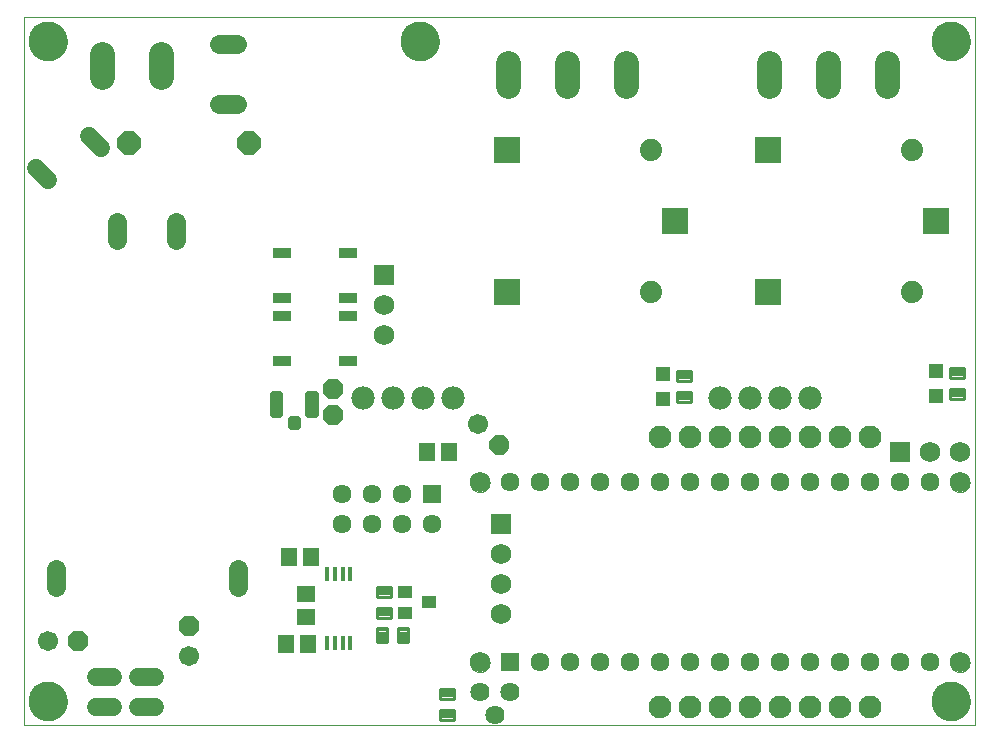
<source format=gts>
G75*
%MOIN*%
%OFA0B0*%
%FSLAX25Y25*%
%IPPOS*%
%LPD*%
%AMOC8*
5,1,8,0,0,1.08239X$1,22.5*
%
%ADD10C,0.00000*%
%ADD11C,0.12998*%
%ADD12R,0.06337X0.06337*%
%ADD13C,0.06337*%
%ADD14C,0.01340*%
%ADD15C,0.06700*%
%ADD16R,0.05518X0.06306*%
%ADD17OC8,0.06700*%
%ADD18R,0.04900X0.04400*%
%ADD19C,0.01100*%
%ADD20R,0.09000X0.09000*%
%ADD21C,0.07400*%
%ADD22C,0.08200*%
%ADD23R,0.05124X0.05124*%
%ADD24C,0.07600*%
%ADD25C,0.06337*%
%ADD26C,0.06000*%
%ADD27C,0.06400*%
%ADD28C,0.06900*%
%ADD29C,0.07800*%
%ADD30R,0.01778X0.05124*%
%ADD31R,0.06306X0.05518*%
%ADD32OC8,0.08000*%
%ADD33C,0.06400*%
%ADD34R,0.06400X0.03400*%
%ADD35C,0.02267*%
%ADD36C,0.02169*%
%ADD37R,0.06900X0.06900*%
D10*
X0006435Y0031850D02*
X0323435Y0031850D01*
X0323435Y0267850D01*
X0006435Y0267850D01*
X0006435Y0031850D01*
X0008136Y0039850D02*
X0008138Y0040008D01*
X0008144Y0040166D01*
X0008154Y0040324D01*
X0008168Y0040482D01*
X0008186Y0040639D01*
X0008207Y0040796D01*
X0008233Y0040952D01*
X0008263Y0041108D01*
X0008296Y0041263D01*
X0008334Y0041416D01*
X0008375Y0041569D01*
X0008420Y0041721D01*
X0008469Y0041872D01*
X0008522Y0042021D01*
X0008578Y0042169D01*
X0008638Y0042315D01*
X0008702Y0042460D01*
X0008770Y0042603D01*
X0008841Y0042745D01*
X0008915Y0042885D01*
X0008993Y0043022D01*
X0009075Y0043158D01*
X0009159Y0043292D01*
X0009248Y0043423D01*
X0009339Y0043552D01*
X0009434Y0043679D01*
X0009531Y0043804D01*
X0009632Y0043926D01*
X0009736Y0044045D01*
X0009843Y0044162D01*
X0009953Y0044276D01*
X0010066Y0044387D01*
X0010181Y0044496D01*
X0010299Y0044601D01*
X0010420Y0044703D01*
X0010543Y0044803D01*
X0010669Y0044899D01*
X0010797Y0044992D01*
X0010927Y0045082D01*
X0011060Y0045168D01*
X0011195Y0045252D01*
X0011331Y0045331D01*
X0011470Y0045408D01*
X0011611Y0045480D01*
X0011753Y0045550D01*
X0011897Y0045615D01*
X0012043Y0045677D01*
X0012190Y0045735D01*
X0012339Y0045790D01*
X0012489Y0045841D01*
X0012640Y0045888D01*
X0012792Y0045931D01*
X0012945Y0045970D01*
X0013100Y0046006D01*
X0013255Y0046037D01*
X0013411Y0046065D01*
X0013567Y0046089D01*
X0013724Y0046109D01*
X0013882Y0046125D01*
X0014039Y0046137D01*
X0014198Y0046145D01*
X0014356Y0046149D01*
X0014514Y0046149D01*
X0014672Y0046145D01*
X0014831Y0046137D01*
X0014988Y0046125D01*
X0015146Y0046109D01*
X0015303Y0046089D01*
X0015459Y0046065D01*
X0015615Y0046037D01*
X0015770Y0046006D01*
X0015925Y0045970D01*
X0016078Y0045931D01*
X0016230Y0045888D01*
X0016381Y0045841D01*
X0016531Y0045790D01*
X0016680Y0045735D01*
X0016827Y0045677D01*
X0016973Y0045615D01*
X0017117Y0045550D01*
X0017259Y0045480D01*
X0017400Y0045408D01*
X0017539Y0045331D01*
X0017675Y0045252D01*
X0017810Y0045168D01*
X0017943Y0045082D01*
X0018073Y0044992D01*
X0018201Y0044899D01*
X0018327Y0044803D01*
X0018450Y0044703D01*
X0018571Y0044601D01*
X0018689Y0044496D01*
X0018804Y0044387D01*
X0018917Y0044276D01*
X0019027Y0044162D01*
X0019134Y0044045D01*
X0019238Y0043926D01*
X0019339Y0043804D01*
X0019436Y0043679D01*
X0019531Y0043552D01*
X0019622Y0043423D01*
X0019711Y0043292D01*
X0019795Y0043158D01*
X0019877Y0043022D01*
X0019955Y0042885D01*
X0020029Y0042745D01*
X0020100Y0042603D01*
X0020168Y0042460D01*
X0020232Y0042315D01*
X0020292Y0042169D01*
X0020348Y0042021D01*
X0020401Y0041872D01*
X0020450Y0041721D01*
X0020495Y0041569D01*
X0020536Y0041416D01*
X0020574Y0041263D01*
X0020607Y0041108D01*
X0020637Y0040952D01*
X0020663Y0040796D01*
X0020684Y0040639D01*
X0020702Y0040482D01*
X0020716Y0040324D01*
X0020726Y0040166D01*
X0020732Y0040008D01*
X0020734Y0039850D01*
X0020732Y0039692D01*
X0020726Y0039534D01*
X0020716Y0039376D01*
X0020702Y0039218D01*
X0020684Y0039061D01*
X0020663Y0038904D01*
X0020637Y0038748D01*
X0020607Y0038592D01*
X0020574Y0038437D01*
X0020536Y0038284D01*
X0020495Y0038131D01*
X0020450Y0037979D01*
X0020401Y0037828D01*
X0020348Y0037679D01*
X0020292Y0037531D01*
X0020232Y0037385D01*
X0020168Y0037240D01*
X0020100Y0037097D01*
X0020029Y0036955D01*
X0019955Y0036815D01*
X0019877Y0036678D01*
X0019795Y0036542D01*
X0019711Y0036408D01*
X0019622Y0036277D01*
X0019531Y0036148D01*
X0019436Y0036021D01*
X0019339Y0035896D01*
X0019238Y0035774D01*
X0019134Y0035655D01*
X0019027Y0035538D01*
X0018917Y0035424D01*
X0018804Y0035313D01*
X0018689Y0035204D01*
X0018571Y0035099D01*
X0018450Y0034997D01*
X0018327Y0034897D01*
X0018201Y0034801D01*
X0018073Y0034708D01*
X0017943Y0034618D01*
X0017810Y0034532D01*
X0017675Y0034448D01*
X0017539Y0034369D01*
X0017400Y0034292D01*
X0017259Y0034220D01*
X0017117Y0034150D01*
X0016973Y0034085D01*
X0016827Y0034023D01*
X0016680Y0033965D01*
X0016531Y0033910D01*
X0016381Y0033859D01*
X0016230Y0033812D01*
X0016078Y0033769D01*
X0015925Y0033730D01*
X0015770Y0033694D01*
X0015615Y0033663D01*
X0015459Y0033635D01*
X0015303Y0033611D01*
X0015146Y0033591D01*
X0014988Y0033575D01*
X0014831Y0033563D01*
X0014672Y0033555D01*
X0014514Y0033551D01*
X0014356Y0033551D01*
X0014198Y0033555D01*
X0014039Y0033563D01*
X0013882Y0033575D01*
X0013724Y0033591D01*
X0013567Y0033611D01*
X0013411Y0033635D01*
X0013255Y0033663D01*
X0013100Y0033694D01*
X0012945Y0033730D01*
X0012792Y0033769D01*
X0012640Y0033812D01*
X0012489Y0033859D01*
X0012339Y0033910D01*
X0012190Y0033965D01*
X0012043Y0034023D01*
X0011897Y0034085D01*
X0011753Y0034150D01*
X0011611Y0034220D01*
X0011470Y0034292D01*
X0011331Y0034369D01*
X0011195Y0034448D01*
X0011060Y0034532D01*
X0010927Y0034618D01*
X0010797Y0034708D01*
X0010669Y0034801D01*
X0010543Y0034897D01*
X0010420Y0034997D01*
X0010299Y0035099D01*
X0010181Y0035204D01*
X0010066Y0035313D01*
X0009953Y0035424D01*
X0009843Y0035538D01*
X0009736Y0035655D01*
X0009632Y0035774D01*
X0009531Y0035896D01*
X0009434Y0036021D01*
X0009339Y0036148D01*
X0009248Y0036277D01*
X0009159Y0036408D01*
X0009075Y0036542D01*
X0008993Y0036678D01*
X0008915Y0036815D01*
X0008841Y0036955D01*
X0008770Y0037097D01*
X0008702Y0037240D01*
X0008638Y0037385D01*
X0008578Y0037531D01*
X0008522Y0037679D01*
X0008469Y0037828D01*
X0008420Y0037979D01*
X0008375Y0038131D01*
X0008334Y0038284D01*
X0008296Y0038437D01*
X0008263Y0038592D01*
X0008233Y0038748D01*
X0008207Y0038904D01*
X0008186Y0039061D01*
X0008168Y0039218D01*
X0008154Y0039376D01*
X0008144Y0039534D01*
X0008138Y0039692D01*
X0008136Y0039850D01*
X0155185Y0052850D02*
X0155187Y0052963D01*
X0155193Y0053077D01*
X0155203Y0053190D01*
X0155217Y0053302D01*
X0155234Y0053414D01*
X0155256Y0053526D01*
X0155282Y0053636D01*
X0155311Y0053746D01*
X0155344Y0053854D01*
X0155381Y0053962D01*
X0155422Y0054067D01*
X0155466Y0054172D01*
X0155514Y0054275D01*
X0155565Y0054376D01*
X0155620Y0054475D01*
X0155679Y0054572D01*
X0155741Y0054667D01*
X0155806Y0054760D01*
X0155874Y0054851D01*
X0155945Y0054939D01*
X0156020Y0055025D01*
X0156097Y0055108D01*
X0156177Y0055188D01*
X0156260Y0055265D01*
X0156346Y0055340D01*
X0156434Y0055411D01*
X0156525Y0055479D01*
X0156618Y0055544D01*
X0156713Y0055606D01*
X0156810Y0055665D01*
X0156909Y0055720D01*
X0157010Y0055771D01*
X0157113Y0055819D01*
X0157218Y0055863D01*
X0157323Y0055904D01*
X0157431Y0055941D01*
X0157539Y0055974D01*
X0157649Y0056003D01*
X0157759Y0056029D01*
X0157871Y0056051D01*
X0157983Y0056068D01*
X0158095Y0056082D01*
X0158208Y0056092D01*
X0158322Y0056098D01*
X0158435Y0056100D01*
X0158548Y0056098D01*
X0158662Y0056092D01*
X0158775Y0056082D01*
X0158887Y0056068D01*
X0158999Y0056051D01*
X0159111Y0056029D01*
X0159221Y0056003D01*
X0159331Y0055974D01*
X0159439Y0055941D01*
X0159547Y0055904D01*
X0159652Y0055863D01*
X0159757Y0055819D01*
X0159860Y0055771D01*
X0159961Y0055720D01*
X0160060Y0055665D01*
X0160157Y0055606D01*
X0160252Y0055544D01*
X0160345Y0055479D01*
X0160436Y0055411D01*
X0160524Y0055340D01*
X0160610Y0055265D01*
X0160693Y0055188D01*
X0160773Y0055108D01*
X0160850Y0055025D01*
X0160925Y0054939D01*
X0160996Y0054851D01*
X0161064Y0054760D01*
X0161129Y0054667D01*
X0161191Y0054572D01*
X0161250Y0054475D01*
X0161305Y0054376D01*
X0161356Y0054275D01*
X0161404Y0054172D01*
X0161448Y0054067D01*
X0161489Y0053962D01*
X0161526Y0053854D01*
X0161559Y0053746D01*
X0161588Y0053636D01*
X0161614Y0053526D01*
X0161636Y0053414D01*
X0161653Y0053302D01*
X0161667Y0053190D01*
X0161677Y0053077D01*
X0161683Y0052963D01*
X0161685Y0052850D01*
X0161683Y0052737D01*
X0161677Y0052623D01*
X0161667Y0052510D01*
X0161653Y0052398D01*
X0161636Y0052286D01*
X0161614Y0052174D01*
X0161588Y0052064D01*
X0161559Y0051954D01*
X0161526Y0051846D01*
X0161489Y0051738D01*
X0161448Y0051633D01*
X0161404Y0051528D01*
X0161356Y0051425D01*
X0161305Y0051324D01*
X0161250Y0051225D01*
X0161191Y0051128D01*
X0161129Y0051033D01*
X0161064Y0050940D01*
X0160996Y0050849D01*
X0160925Y0050761D01*
X0160850Y0050675D01*
X0160773Y0050592D01*
X0160693Y0050512D01*
X0160610Y0050435D01*
X0160524Y0050360D01*
X0160436Y0050289D01*
X0160345Y0050221D01*
X0160252Y0050156D01*
X0160157Y0050094D01*
X0160060Y0050035D01*
X0159961Y0049980D01*
X0159860Y0049929D01*
X0159757Y0049881D01*
X0159652Y0049837D01*
X0159547Y0049796D01*
X0159439Y0049759D01*
X0159331Y0049726D01*
X0159221Y0049697D01*
X0159111Y0049671D01*
X0158999Y0049649D01*
X0158887Y0049632D01*
X0158775Y0049618D01*
X0158662Y0049608D01*
X0158548Y0049602D01*
X0158435Y0049600D01*
X0158322Y0049602D01*
X0158208Y0049608D01*
X0158095Y0049618D01*
X0157983Y0049632D01*
X0157871Y0049649D01*
X0157759Y0049671D01*
X0157649Y0049697D01*
X0157539Y0049726D01*
X0157431Y0049759D01*
X0157323Y0049796D01*
X0157218Y0049837D01*
X0157113Y0049881D01*
X0157010Y0049929D01*
X0156909Y0049980D01*
X0156810Y0050035D01*
X0156713Y0050094D01*
X0156618Y0050156D01*
X0156525Y0050221D01*
X0156434Y0050289D01*
X0156346Y0050360D01*
X0156260Y0050435D01*
X0156177Y0050512D01*
X0156097Y0050592D01*
X0156020Y0050675D01*
X0155945Y0050761D01*
X0155874Y0050849D01*
X0155806Y0050940D01*
X0155741Y0051033D01*
X0155679Y0051128D01*
X0155620Y0051225D01*
X0155565Y0051324D01*
X0155514Y0051425D01*
X0155466Y0051528D01*
X0155422Y0051633D01*
X0155381Y0051738D01*
X0155344Y0051846D01*
X0155311Y0051954D01*
X0155282Y0052064D01*
X0155256Y0052174D01*
X0155234Y0052286D01*
X0155217Y0052398D01*
X0155203Y0052510D01*
X0155193Y0052623D01*
X0155187Y0052737D01*
X0155185Y0052850D01*
X0155185Y0112850D02*
X0155187Y0112963D01*
X0155193Y0113077D01*
X0155203Y0113190D01*
X0155217Y0113302D01*
X0155234Y0113414D01*
X0155256Y0113526D01*
X0155282Y0113636D01*
X0155311Y0113746D01*
X0155344Y0113854D01*
X0155381Y0113962D01*
X0155422Y0114067D01*
X0155466Y0114172D01*
X0155514Y0114275D01*
X0155565Y0114376D01*
X0155620Y0114475D01*
X0155679Y0114572D01*
X0155741Y0114667D01*
X0155806Y0114760D01*
X0155874Y0114851D01*
X0155945Y0114939D01*
X0156020Y0115025D01*
X0156097Y0115108D01*
X0156177Y0115188D01*
X0156260Y0115265D01*
X0156346Y0115340D01*
X0156434Y0115411D01*
X0156525Y0115479D01*
X0156618Y0115544D01*
X0156713Y0115606D01*
X0156810Y0115665D01*
X0156909Y0115720D01*
X0157010Y0115771D01*
X0157113Y0115819D01*
X0157218Y0115863D01*
X0157323Y0115904D01*
X0157431Y0115941D01*
X0157539Y0115974D01*
X0157649Y0116003D01*
X0157759Y0116029D01*
X0157871Y0116051D01*
X0157983Y0116068D01*
X0158095Y0116082D01*
X0158208Y0116092D01*
X0158322Y0116098D01*
X0158435Y0116100D01*
X0158548Y0116098D01*
X0158662Y0116092D01*
X0158775Y0116082D01*
X0158887Y0116068D01*
X0158999Y0116051D01*
X0159111Y0116029D01*
X0159221Y0116003D01*
X0159331Y0115974D01*
X0159439Y0115941D01*
X0159547Y0115904D01*
X0159652Y0115863D01*
X0159757Y0115819D01*
X0159860Y0115771D01*
X0159961Y0115720D01*
X0160060Y0115665D01*
X0160157Y0115606D01*
X0160252Y0115544D01*
X0160345Y0115479D01*
X0160436Y0115411D01*
X0160524Y0115340D01*
X0160610Y0115265D01*
X0160693Y0115188D01*
X0160773Y0115108D01*
X0160850Y0115025D01*
X0160925Y0114939D01*
X0160996Y0114851D01*
X0161064Y0114760D01*
X0161129Y0114667D01*
X0161191Y0114572D01*
X0161250Y0114475D01*
X0161305Y0114376D01*
X0161356Y0114275D01*
X0161404Y0114172D01*
X0161448Y0114067D01*
X0161489Y0113962D01*
X0161526Y0113854D01*
X0161559Y0113746D01*
X0161588Y0113636D01*
X0161614Y0113526D01*
X0161636Y0113414D01*
X0161653Y0113302D01*
X0161667Y0113190D01*
X0161677Y0113077D01*
X0161683Y0112963D01*
X0161685Y0112850D01*
X0161683Y0112737D01*
X0161677Y0112623D01*
X0161667Y0112510D01*
X0161653Y0112398D01*
X0161636Y0112286D01*
X0161614Y0112174D01*
X0161588Y0112064D01*
X0161559Y0111954D01*
X0161526Y0111846D01*
X0161489Y0111738D01*
X0161448Y0111633D01*
X0161404Y0111528D01*
X0161356Y0111425D01*
X0161305Y0111324D01*
X0161250Y0111225D01*
X0161191Y0111128D01*
X0161129Y0111033D01*
X0161064Y0110940D01*
X0160996Y0110849D01*
X0160925Y0110761D01*
X0160850Y0110675D01*
X0160773Y0110592D01*
X0160693Y0110512D01*
X0160610Y0110435D01*
X0160524Y0110360D01*
X0160436Y0110289D01*
X0160345Y0110221D01*
X0160252Y0110156D01*
X0160157Y0110094D01*
X0160060Y0110035D01*
X0159961Y0109980D01*
X0159860Y0109929D01*
X0159757Y0109881D01*
X0159652Y0109837D01*
X0159547Y0109796D01*
X0159439Y0109759D01*
X0159331Y0109726D01*
X0159221Y0109697D01*
X0159111Y0109671D01*
X0158999Y0109649D01*
X0158887Y0109632D01*
X0158775Y0109618D01*
X0158662Y0109608D01*
X0158548Y0109602D01*
X0158435Y0109600D01*
X0158322Y0109602D01*
X0158208Y0109608D01*
X0158095Y0109618D01*
X0157983Y0109632D01*
X0157871Y0109649D01*
X0157759Y0109671D01*
X0157649Y0109697D01*
X0157539Y0109726D01*
X0157431Y0109759D01*
X0157323Y0109796D01*
X0157218Y0109837D01*
X0157113Y0109881D01*
X0157010Y0109929D01*
X0156909Y0109980D01*
X0156810Y0110035D01*
X0156713Y0110094D01*
X0156618Y0110156D01*
X0156525Y0110221D01*
X0156434Y0110289D01*
X0156346Y0110360D01*
X0156260Y0110435D01*
X0156177Y0110512D01*
X0156097Y0110592D01*
X0156020Y0110675D01*
X0155945Y0110761D01*
X0155874Y0110849D01*
X0155806Y0110940D01*
X0155741Y0111033D01*
X0155679Y0111128D01*
X0155620Y0111225D01*
X0155565Y0111324D01*
X0155514Y0111425D01*
X0155466Y0111528D01*
X0155422Y0111633D01*
X0155381Y0111738D01*
X0155344Y0111846D01*
X0155311Y0111954D01*
X0155282Y0112064D01*
X0155256Y0112174D01*
X0155234Y0112286D01*
X0155217Y0112398D01*
X0155203Y0112510D01*
X0155193Y0112623D01*
X0155187Y0112737D01*
X0155185Y0112850D01*
X0309136Y0039850D02*
X0309138Y0040008D01*
X0309144Y0040166D01*
X0309154Y0040324D01*
X0309168Y0040482D01*
X0309186Y0040639D01*
X0309207Y0040796D01*
X0309233Y0040952D01*
X0309263Y0041108D01*
X0309296Y0041263D01*
X0309334Y0041416D01*
X0309375Y0041569D01*
X0309420Y0041721D01*
X0309469Y0041872D01*
X0309522Y0042021D01*
X0309578Y0042169D01*
X0309638Y0042315D01*
X0309702Y0042460D01*
X0309770Y0042603D01*
X0309841Y0042745D01*
X0309915Y0042885D01*
X0309993Y0043022D01*
X0310075Y0043158D01*
X0310159Y0043292D01*
X0310248Y0043423D01*
X0310339Y0043552D01*
X0310434Y0043679D01*
X0310531Y0043804D01*
X0310632Y0043926D01*
X0310736Y0044045D01*
X0310843Y0044162D01*
X0310953Y0044276D01*
X0311066Y0044387D01*
X0311181Y0044496D01*
X0311299Y0044601D01*
X0311420Y0044703D01*
X0311543Y0044803D01*
X0311669Y0044899D01*
X0311797Y0044992D01*
X0311927Y0045082D01*
X0312060Y0045168D01*
X0312195Y0045252D01*
X0312331Y0045331D01*
X0312470Y0045408D01*
X0312611Y0045480D01*
X0312753Y0045550D01*
X0312897Y0045615D01*
X0313043Y0045677D01*
X0313190Y0045735D01*
X0313339Y0045790D01*
X0313489Y0045841D01*
X0313640Y0045888D01*
X0313792Y0045931D01*
X0313945Y0045970D01*
X0314100Y0046006D01*
X0314255Y0046037D01*
X0314411Y0046065D01*
X0314567Y0046089D01*
X0314724Y0046109D01*
X0314882Y0046125D01*
X0315039Y0046137D01*
X0315198Y0046145D01*
X0315356Y0046149D01*
X0315514Y0046149D01*
X0315672Y0046145D01*
X0315831Y0046137D01*
X0315988Y0046125D01*
X0316146Y0046109D01*
X0316303Y0046089D01*
X0316459Y0046065D01*
X0316615Y0046037D01*
X0316770Y0046006D01*
X0316925Y0045970D01*
X0317078Y0045931D01*
X0317230Y0045888D01*
X0317381Y0045841D01*
X0317531Y0045790D01*
X0317680Y0045735D01*
X0317827Y0045677D01*
X0317973Y0045615D01*
X0318117Y0045550D01*
X0318259Y0045480D01*
X0318400Y0045408D01*
X0318539Y0045331D01*
X0318675Y0045252D01*
X0318810Y0045168D01*
X0318943Y0045082D01*
X0319073Y0044992D01*
X0319201Y0044899D01*
X0319327Y0044803D01*
X0319450Y0044703D01*
X0319571Y0044601D01*
X0319689Y0044496D01*
X0319804Y0044387D01*
X0319917Y0044276D01*
X0320027Y0044162D01*
X0320134Y0044045D01*
X0320238Y0043926D01*
X0320339Y0043804D01*
X0320436Y0043679D01*
X0320531Y0043552D01*
X0320622Y0043423D01*
X0320711Y0043292D01*
X0320795Y0043158D01*
X0320877Y0043022D01*
X0320955Y0042885D01*
X0321029Y0042745D01*
X0321100Y0042603D01*
X0321168Y0042460D01*
X0321232Y0042315D01*
X0321292Y0042169D01*
X0321348Y0042021D01*
X0321401Y0041872D01*
X0321450Y0041721D01*
X0321495Y0041569D01*
X0321536Y0041416D01*
X0321574Y0041263D01*
X0321607Y0041108D01*
X0321637Y0040952D01*
X0321663Y0040796D01*
X0321684Y0040639D01*
X0321702Y0040482D01*
X0321716Y0040324D01*
X0321726Y0040166D01*
X0321732Y0040008D01*
X0321734Y0039850D01*
X0321732Y0039692D01*
X0321726Y0039534D01*
X0321716Y0039376D01*
X0321702Y0039218D01*
X0321684Y0039061D01*
X0321663Y0038904D01*
X0321637Y0038748D01*
X0321607Y0038592D01*
X0321574Y0038437D01*
X0321536Y0038284D01*
X0321495Y0038131D01*
X0321450Y0037979D01*
X0321401Y0037828D01*
X0321348Y0037679D01*
X0321292Y0037531D01*
X0321232Y0037385D01*
X0321168Y0037240D01*
X0321100Y0037097D01*
X0321029Y0036955D01*
X0320955Y0036815D01*
X0320877Y0036678D01*
X0320795Y0036542D01*
X0320711Y0036408D01*
X0320622Y0036277D01*
X0320531Y0036148D01*
X0320436Y0036021D01*
X0320339Y0035896D01*
X0320238Y0035774D01*
X0320134Y0035655D01*
X0320027Y0035538D01*
X0319917Y0035424D01*
X0319804Y0035313D01*
X0319689Y0035204D01*
X0319571Y0035099D01*
X0319450Y0034997D01*
X0319327Y0034897D01*
X0319201Y0034801D01*
X0319073Y0034708D01*
X0318943Y0034618D01*
X0318810Y0034532D01*
X0318675Y0034448D01*
X0318539Y0034369D01*
X0318400Y0034292D01*
X0318259Y0034220D01*
X0318117Y0034150D01*
X0317973Y0034085D01*
X0317827Y0034023D01*
X0317680Y0033965D01*
X0317531Y0033910D01*
X0317381Y0033859D01*
X0317230Y0033812D01*
X0317078Y0033769D01*
X0316925Y0033730D01*
X0316770Y0033694D01*
X0316615Y0033663D01*
X0316459Y0033635D01*
X0316303Y0033611D01*
X0316146Y0033591D01*
X0315988Y0033575D01*
X0315831Y0033563D01*
X0315672Y0033555D01*
X0315514Y0033551D01*
X0315356Y0033551D01*
X0315198Y0033555D01*
X0315039Y0033563D01*
X0314882Y0033575D01*
X0314724Y0033591D01*
X0314567Y0033611D01*
X0314411Y0033635D01*
X0314255Y0033663D01*
X0314100Y0033694D01*
X0313945Y0033730D01*
X0313792Y0033769D01*
X0313640Y0033812D01*
X0313489Y0033859D01*
X0313339Y0033910D01*
X0313190Y0033965D01*
X0313043Y0034023D01*
X0312897Y0034085D01*
X0312753Y0034150D01*
X0312611Y0034220D01*
X0312470Y0034292D01*
X0312331Y0034369D01*
X0312195Y0034448D01*
X0312060Y0034532D01*
X0311927Y0034618D01*
X0311797Y0034708D01*
X0311669Y0034801D01*
X0311543Y0034897D01*
X0311420Y0034997D01*
X0311299Y0035099D01*
X0311181Y0035204D01*
X0311066Y0035313D01*
X0310953Y0035424D01*
X0310843Y0035538D01*
X0310736Y0035655D01*
X0310632Y0035774D01*
X0310531Y0035896D01*
X0310434Y0036021D01*
X0310339Y0036148D01*
X0310248Y0036277D01*
X0310159Y0036408D01*
X0310075Y0036542D01*
X0309993Y0036678D01*
X0309915Y0036815D01*
X0309841Y0036955D01*
X0309770Y0037097D01*
X0309702Y0037240D01*
X0309638Y0037385D01*
X0309578Y0037531D01*
X0309522Y0037679D01*
X0309469Y0037828D01*
X0309420Y0037979D01*
X0309375Y0038131D01*
X0309334Y0038284D01*
X0309296Y0038437D01*
X0309263Y0038592D01*
X0309233Y0038748D01*
X0309207Y0038904D01*
X0309186Y0039061D01*
X0309168Y0039218D01*
X0309154Y0039376D01*
X0309144Y0039534D01*
X0309138Y0039692D01*
X0309136Y0039850D01*
X0315185Y0052850D02*
X0315187Y0052963D01*
X0315193Y0053077D01*
X0315203Y0053190D01*
X0315217Y0053302D01*
X0315234Y0053414D01*
X0315256Y0053526D01*
X0315282Y0053636D01*
X0315311Y0053746D01*
X0315344Y0053854D01*
X0315381Y0053962D01*
X0315422Y0054067D01*
X0315466Y0054172D01*
X0315514Y0054275D01*
X0315565Y0054376D01*
X0315620Y0054475D01*
X0315679Y0054572D01*
X0315741Y0054667D01*
X0315806Y0054760D01*
X0315874Y0054851D01*
X0315945Y0054939D01*
X0316020Y0055025D01*
X0316097Y0055108D01*
X0316177Y0055188D01*
X0316260Y0055265D01*
X0316346Y0055340D01*
X0316434Y0055411D01*
X0316525Y0055479D01*
X0316618Y0055544D01*
X0316713Y0055606D01*
X0316810Y0055665D01*
X0316909Y0055720D01*
X0317010Y0055771D01*
X0317113Y0055819D01*
X0317218Y0055863D01*
X0317323Y0055904D01*
X0317431Y0055941D01*
X0317539Y0055974D01*
X0317649Y0056003D01*
X0317759Y0056029D01*
X0317871Y0056051D01*
X0317983Y0056068D01*
X0318095Y0056082D01*
X0318208Y0056092D01*
X0318322Y0056098D01*
X0318435Y0056100D01*
X0318548Y0056098D01*
X0318662Y0056092D01*
X0318775Y0056082D01*
X0318887Y0056068D01*
X0318999Y0056051D01*
X0319111Y0056029D01*
X0319221Y0056003D01*
X0319331Y0055974D01*
X0319439Y0055941D01*
X0319547Y0055904D01*
X0319652Y0055863D01*
X0319757Y0055819D01*
X0319860Y0055771D01*
X0319961Y0055720D01*
X0320060Y0055665D01*
X0320157Y0055606D01*
X0320252Y0055544D01*
X0320345Y0055479D01*
X0320436Y0055411D01*
X0320524Y0055340D01*
X0320610Y0055265D01*
X0320693Y0055188D01*
X0320773Y0055108D01*
X0320850Y0055025D01*
X0320925Y0054939D01*
X0320996Y0054851D01*
X0321064Y0054760D01*
X0321129Y0054667D01*
X0321191Y0054572D01*
X0321250Y0054475D01*
X0321305Y0054376D01*
X0321356Y0054275D01*
X0321404Y0054172D01*
X0321448Y0054067D01*
X0321489Y0053962D01*
X0321526Y0053854D01*
X0321559Y0053746D01*
X0321588Y0053636D01*
X0321614Y0053526D01*
X0321636Y0053414D01*
X0321653Y0053302D01*
X0321667Y0053190D01*
X0321677Y0053077D01*
X0321683Y0052963D01*
X0321685Y0052850D01*
X0321683Y0052737D01*
X0321677Y0052623D01*
X0321667Y0052510D01*
X0321653Y0052398D01*
X0321636Y0052286D01*
X0321614Y0052174D01*
X0321588Y0052064D01*
X0321559Y0051954D01*
X0321526Y0051846D01*
X0321489Y0051738D01*
X0321448Y0051633D01*
X0321404Y0051528D01*
X0321356Y0051425D01*
X0321305Y0051324D01*
X0321250Y0051225D01*
X0321191Y0051128D01*
X0321129Y0051033D01*
X0321064Y0050940D01*
X0320996Y0050849D01*
X0320925Y0050761D01*
X0320850Y0050675D01*
X0320773Y0050592D01*
X0320693Y0050512D01*
X0320610Y0050435D01*
X0320524Y0050360D01*
X0320436Y0050289D01*
X0320345Y0050221D01*
X0320252Y0050156D01*
X0320157Y0050094D01*
X0320060Y0050035D01*
X0319961Y0049980D01*
X0319860Y0049929D01*
X0319757Y0049881D01*
X0319652Y0049837D01*
X0319547Y0049796D01*
X0319439Y0049759D01*
X0319331Y0049726D01*
X0319221Y0049697D01*
X0319111Y0049671D01*
X0318999Y0049649D01*
X0318887Y0049632D01*
X0318775Y0049618D01*
X0318662Y0049608D01*
X0318548Y0049602D01*
X0318435Y0049600D01*
X0318322Y0049602D01*
X0318208Y0049608D01*
X0318095Y0049618D01*
X0317983Y0049632D01*
X0317871Y0049649D01*
X0317759Y0049671D01*
X0317649Y0049697D01*
X0317539Y0049726D01*
X0317431Y0049759D01*
X0317323Y0049796D01*
X0317218Y0049837D01*
X0317113Y0049881D01*
X0317010Y0049929D01*
X0316909Y0049980D01*
X0316810Y0050035D01*
X0316713Y0050094D01*
X0316618Y0050156D01*
X0316525Y0050221D01*
X0316434Y0050289D01*
X0316346Y0050360D01*
X0316260Y0050435D01*
X0316177Y0050512D01*
X0316097Y0050592D01*
X0316020Y0050675D01*
X0315945Y0050761D01*
X0315874Y0050849D01*
X0315806Y0050940D01*
X0315741Y0051033D01*
X0315679Y0051128D01*
X0315620Y0051225D01*
X0315565Y0051324D01*
X0315514Y0051425D01*
X0315466Y0051528D01*
X0315422Y0051633D01*
X0315381Y0051738D01*
X0315344Y0051846D01*
X0315311Y0051954D01*
X0315282Y0052064D01*
X0315256Y0052174D01*
X0315234Y0052286D01*
X0315217Y0052398D01*
X0315203Y0052510D01*
X0315193Y0052623D01*
X0315187Y0052737D01*
X0315185Y0052850D01*
X0315185Y0112850D02*
X0315187Y0112963D01*
X0315193Y0113077D01*
X0315203Y0113190D01*
X0315217Y0113302D01*
X0315234Y0113414D01*
X0315256Y0113526D01*
X0315282Y0113636D01*
X0315311Y0113746D01*
X0315344Y0113854D01*
X0315381Y0113962D01*
X0315422Y0114067D01*
X0315466Y0114172D01*
X0315514Y0114275D01*
X0315565Y0114376D01*
X0315620Y0114475D01*
X0315679Y0114572D01*
X0315741Y0114667D01*
X0315806Y0114760D01*
X0315874Y0114851D01*
X0315945Y0114939D01*
X0316020Y0115025D01*
X0316097Y0115108D01*
X0316177Y0115188D01*
X0316260Y0115265D01*
X0316346Y0115340D01*
X0316434Y0115411D01*
X0316525Y0115479D01*
X0316618Y0115544D01*
X0316713Y0115606D01*
X0316810Y0115665D01*
X0316909Y0115720D01*
X0317010Y0115771D01*
X0317113Y0115819D01*
X0317218Y0115863D01*
X0317323Y0115904D01*
X0317431Y0115941D01*
X0317539Y0115974D01*
X0317649Y0116003D01*
X0317759Y0116029D01*
X0317871Y0116051D01*
X0317983Y0116068D01*
X0318095Y0116082D01*
X0318208Y0116092D01*
X0318322Y0116098D01*
X0318435Y0116100D01*
X0318548Y0116098D01*
X0318662Y0116092D01*
X0318775Y0116082D01*
X0318887Y0116068D01*
X0318999Y0116051D01*
X0319111Y0116029D01*
X0319221Y0116003D01*
X0319331Y0115974D01*
X0319439Y0115941D01*
X0319547Y0115904D01*
X0319652Y0115863D01*
X0319757Y0115819D01*
X0319860Y0115771D01*
X0319961Y0115720D01*
X0320060Y0115665D01*
X0320157Y0115606D01*
X0320252Y0115544D01*
X0320345Y0115479D01*
X0320436Y0115411D01*
X0320524Y0115340D01*
X0320610Y0115265D01*
X0320693Y0115188D01*
X0320773Y0115108D01*
X0320850Y0115025D01*
X0320925Y0114939D01*
X0320996Y0114851D01*
X0321064Y0114760D01*
X0321129Y0114667D01*
X0321191Y0114572D01*
X0321250Y0114475D01*
X0321305Y0114376D01*
X0321356Y0114275D01*
X0321404Y0114172D01*
X0321448Y0114067D01*
X0321489Y0113962D01*
X0321526Y0113854D01*
X0321559Y0113746D01*
X0321588Y0113636D01*
X0321614Y0113526D01*
X0321636Y0113414D01*
X0321653Y0113302D01*
X0321667Y0113190D01*
X0321677Y0113077D01*
X0321683Y0112963D01*
X0321685Y0112850D01*
X0321683Y0112737D01*
X0321677Y0112623D01*
X0321667Y0112510D01*
X0321653Y0112398D01*
X0321636Y0112286D01*
X0321614Y0112174D01*
X0321588Y0112064D01*
X0321559Y0111954D01*
X0321526Y0111846D01*
X0321489Y0111738D01*
X0321448Y0111633D01*
X0321404Y0111528D01*
X0321356Y0111425D01*
X0321305Y0111324D01*
X0321250Y0111225D01*
X0321191Y0111128D01*
X0321129Y0111033D01*
X0321064Y0110940D01*
X0320996Y0110849D01*
X0320925Y0110761D01*
X0320850Y0110675D01*
X0320773Y0110592D01*
X0320693Y0110512D01*
X0320610Y0110435D01*
X0320524Y0110360D01*
X0320436Y0110289D01*
X0320345Y0110221D01*
X0320252Y0110156D01*
X0320157Y0110094D01*
X0320060Y0110035D01*
X0319961Y0109980D01*
X0319860Y0109929D01*
X0319757Y0109881D01*
X0319652Y0109837D01*
X0319547Y0109796D01*
X0319439Y0109759D01*
X0319331Y0109726D01*
X0319221Y0109697D01*
X0319111Y0109671D01*
X0318999Y0109649D01*
X0318887Y0109632D01*
X0318775Y0109618D01*
X0318662Y0109608D01*
X0318548Y0109602D01*
X0318435Y0109600D01*
X0318322Y0109602D01*
X0318208Y0109608D01*
X0318095Y0109618D01*
X0317983Y0109632D01*
X0317871Y0109649D01*
X0317759Y0109671D01*
X0317649Y0109697D01*
X0317539Y0109726D01*
X0317431Y0109759D01*
X0317323Y0109796D01*
X0317218Y0109837D01*
X0317113Y0109881D01*
X0317010Y0109929D01*
X0316909Y0109980D01*
X0316810Y0110035D01*
X0316713Y0110094D01*
X0316618Y0110156D01*
X0316525Y0110221D01*
X0316434Y0110289D01*
X0316346Y0110360D01*
X0316260Y0110435D01*
X0316177Y0110512D01*
X0316097Y0110592D01*
X0316020Y0110675D01*
X0315945Y0110761D01*
X0315874Y0110849D01*
X0315806Y0110940D01*
X0315741Y0111033D01*
X0315679Y0111128D01*
X0315620Y0111225D01*
X0315565Y0111324D01*
X0315514Y0111425D01*
X0315466Y0111528D01*
X0315422Y0111633D01*
X0315381Y0111738D01*
X0315344Y0111846D01*
X0315311Y0111954D01*
X0315282Y0112064D01*
X0315256Y0112174D01*
X0315234Y0112286D01*
X0315217Y0112398D01*
X0315203Y0112510D01*
X0315193Y0112623D01*
X0315187Y0112737D01*
X0315185Y0112850D01*
X0309136Y0259850D02*
X0309138Y0260008D01*
X0309144Y0260166D01*
X0309154Y0260324D01*
X0309168Y0260482D01*
X0309186Y0260639D01*
X0309207Y0260796D01*
X0309233Y0260952D01*
X0309263Y0261108D01*
X0309296Y0261263D01*
X0309334Y0261416D01*
X0309375Y0261569D01*
X0309420Y0261721D01*
X0309469Y0261872D01*
X0309522Y0262021D01*
X0309578Y0262169D01*
X0309638Y0262315D01*
X0309702Y0262460D01*
X0309770Y0262603D01*
X0309841Y0262745D01*
X0309915Y0262885D01*
X0309993Y0263022D01*
X0310075Y0263158D01*
X0310159Y0263292D01*
X0310248Y0263423D01*
X0310339Y0263552D01*
X0310434Y0263679D01*
X0310531Y0263804D01*
X0310632Y0263926D01*
X0310736Y0264045D01*
X0310843Y0264162D01*
X0310953Y0264276D01*
X0311066Y0264387D01*
X0311181Y0264496D01*
X0311299Y0264601D01*
X0311420Y0264703D01*
X0311543Y0264803D01*
X0311669Y0264899D01*
X0311797Y0264992D01*
X0311927Y0265082D01*
X0312060Y0265168D01*
X0312195Y0265252D01*
X0312331Y0265331D01*
X0312470Y0265408D01*
X0312611Y0265480D01*
X0312753Y0265550D01*
X0312897Y0265615D01*
X0313043Y0265677D01*
X0313190Y0265735D01*
X0313339Y0265790D01*
X0313489Y0265841D01*
X0313640Y0265888D01*
X0313792Y0265931D01*
X0313945Y0265970D01*
X0314100Y0266006D01*
X0314255Y0266037D01*
X0314411Y0266065D01*
X0314567Y0266089D01*
X0314724Y0266109D01*
X0314882Y0266125D01*
X0315039Y0266137D01*
X0315198Y0266145D01*
X0315356Y0266149D01*
X0315514Y0266149D01*
X0315672Y0266145D01*
X0315831Y0266137D01*
X0315988Y0266125D01*
X0316146Y0266109D01*
X0316303Y0266089D01*
X0316459Y0266065D01*
X0316615Y0266037D01*
X0316770Y0266006D01*
X0316925Y0265970D01*
X0317078Y0265931D01*
X0317230Y0265888D01*
X0317381Y0265841D01*
X0317531Y0265790D01*
X0317680Y0265735D01*
X0317827Y0265677D01*
X0317973Y0265615D01*
X0318117Y0265550D01*
X0318259Y0265480D01*
X0318400Y0265408D01*
X0318539Y0265331D01*
X0318675Y0265252D01*
X0318810Y0265168D01*
X0318943Y0265082D01*
X0319073Y0264992D01*
X0319201Y0264899D01*
X0319327Y0264803D01*
X0319450Y0264703D01*
X0319571Y0264601D01*
X0319689Y0264496D01*
X0319804Y0264387D01*
X0319917Y0264276D01*
X0320027Y0264162D01*
X0320134Y0264045D01*
X0320238Y0263926D01*
X0320339Y0263804D01*
X0320436Y0263679D01*
X0320531Y0263552D01*
X0320622Y0263423D01*
X0320711Y0263292D01*
X0320795Y0263158D01*
X0320877Y0263022D01*
X0320955Y0262885D01*
X0321029Y0262745D01*
X0321100Y0262603D01*
X0321168Y0262460D01*
X0321232Y0262315D01*
X0321292Y0262169D01*
X0321348Y0262021D01*
X0321401Y0261872D01*
X0321450Y0261721D01*
X0321495Y0261569D01*
X0321536Y0261416D01*
X0321574Y0261263D01*
X0321607Y0261108D01*
X0321637Y0260952D01*
X0321663Y0260796D01*
X0321684Y0260639D01*
X0321702Y0260482D01*
X0321716Y0260324D01*
X0321726Y0260166D01*
X0321732Y0260008D01*
X0321734Y0259850D01*
X0321732Y0259692D01*
X0321726Y0259534D01*
X0321716Y0259376D01*
X0321702Y0259218D01*
X0321684Y0259061D01*
X0321663Y0258904D01*
X0321637Y0258748D01*
X0321607Y0258592D01*
X0321574Y0258437D01*
X0321536Y0258284D01*
X0321495Y0258131D01*
X0321450Y0257979D01*
X0321401Y0257828D01*
X0321348Y0257679D01*
X0321292Y0257531D01*
X0321232Y0257385D01*
X0321168Y0257240D01*
X0321100Y0257097D01*
X0321029Y0256955D01*
X0320955Y0256815D01*
X0320877Y0256678D01*
X0320795Y0256542D01*
X0320711Y0256408D01*
X0320622Y0256277D01*
X0320531Y0256148D01*
X0320436Y0256021D01*
X0320339Y0255896D01*
X0320238Y0255774D01*
X0320134Y0255655D01*
X0320027Y0255538D01*
X0319917Y0255424D01*
X0319804Y0255313D01*
X0319689Y0255204D01*
X0319571Y0255099D01*
X0319450Y0254997D01*
X0319327Y0254897D01*
X0319201Y0254801D01*
X0319073Y0254708D01*
X0318943Y0254618D01*
X0318810Y0254532D01*
X0318675Y0254448D01*
X0318539Y0254369D01*
X0318400Y0254292D01*
X0318259Y0254220D01*
X0318117Y0254150D01*
X0317973Y0254085D01*
X0317827Y0254023D01*
X0317680Y0253965D01*
X0317531Y0253910D01*
X0317381Y0253859D01*
X0317230Y0253812D01*
X0317078Y0253769D01*
X0316925Y0253730D01*
X0316770Y0253694D01*
X0316615Y0253663D01*
X0316459Y0253635D01*
X0316303Y0253611D01*
X0316146Y0253591D01*
X0315988Y0253575D01*
X0315831Y0253563D01*
X0315672Y0253555D01*
X0315514Y0253551D01*
X0315356Y0253551D01*
X0315198Y0253555D01*
X0315039Y0253563D01*
X0314882Y0253575D01*
X0314724Y0253591D01*
X0314567Y0253611D01*
X0314411Y0253635D01*
X0314255Y0253663D01*
X0314100Y0253694D01*
X0313945Y0253730D01*
X0313792Y0253769D01*
X0313640Y0253812D01*
X0313489Y0253859D01*
X0313339Y0253910D01*
X0313190Y0253965D01*
X0313043Y0254023D01*
X0312897Y0254085D01*
X0312753Y0254150D01*
X0312611Y0254220D01*
X0312470Y0254292D01*
X0312331Y0254369D01*
X0312195Y0254448D01*
X0312060Y0254532D01*
X0311927Y0254618D01*
X0311797Y0254708D01*
X0311669Y0254801D01*
X0311543Y0254897D01*
X0311420Y0254997D01*
X0311299Y0255099D01*
X0311181Y0255204D01*
X0311066Y0255313D01*
X0310953Y0255424D01*
X0310843Y0255538D01*
X0310736Y0255655D01*
X0310632Y0255774D01*
X0310531Y0255896D01*
X0310434Y0256021D01*
X0310339Y0256148D01*
X0310248Y0256277D01*
X0310159Y0256408D01*
X0310075Y0256542D01*
X0309993Y0256678D01*
X0309915Y0256815D01*
X0309841Y0256955D01*
X0309770Y0257097D01*
X0309702Y0257240D01*
X0309638Y0257385D01*
X0309578Y0257531D01*
X0309522Y0257679D01*
X0309469Y0257828D01*
X0309420Y0257979D01*
X0309375Y0258131D01*
X0309334Y0258284D01*
X0309296Y0258437D01*
X0309263Y0258592D01*
X0309233Y0258748D01*
X0309207Y0258904D01*
X0309186Y0259061D01*
X0309168Y0259218D01*
X0309154Y0259376D01*
X0309144Y0259534D01*
X0309138Y0259692D01*
X0309136Y0259850D01*
X0132136Y0259850D02*
X0132138Y0260008D01*
X0132144Y0260166D01*
X0132154Y0260324D01*
X0132168Y0260482D01*
X0132186Y0260639D01*
X0132207Y0260796D01*
X0132233Y0260952D01*
X0132263Y0261108D01*
X0132296Y0261263D01*
X0132334Y0261416D01*
X0132375Y0261569D01*
X0132420Y0261721D01*
X0132469Y0261872D01*
X0132522Y0262021D01*
X0132578Y0262169D01*
X0132638Y0262315D01*
X0132702Y0262460D01*
X0132770Y0262603D01*
X0132841Y0262745D01*
X0132915Y0262885D01*
X0132993Y0263022D01*
X0133075Y0263158D01*
X0133159Y0263292D01*
X0133248Y0263423D01*
X0133339Y0263552D01*
X0133434Y0263679D01*
X0133531Y0263804D01*
X0133632Y0263926D01*
X0133736Y0264045D01*
X0133843Y0264162D01*
X0133953Y0264276D01*
X0134066Y0264387D01*
X0134181Y0264496D01*
X0134299Y0264601D01*
X0134420Y0264703D01*
X0134543Y0264803D01*
X0134669Y0264899D01*
X0134797Y0264992D01*
X0134927Y0265082D01*
X0135060Y0265168D01*
X0135195Y0265252D01*
X0135331Y0265331D01*
X0135470Y0265408D01*
X0135611Y0265480D01*
X0135753Y0265550D01*
X0135897Y0265615D01*
X0136043Y0265677D01*
X0136190Y0265735D01*
X0136339Y0265790D01*
X0136489Y0265841D01*
X0136640Y0265888D01*
X0136792Y0265931D01*
X0136945Y0265970D01*
X0137100Y0266006D01*
X0137255Y0266037D01*
X0137411Y0266065D01*
X0137567Y0266089D01*
X0137724Y0266109D01*
X0137882Y0266125D01*
X0138039Y0266137D01*
X0138198Y0266145D01*
X0138356Y0266149D01*
X0138514Y0266149D01*
X0138672Y0266145D01*
X0138831Y0266137D01*
X0138988Y0266125D01*
X0139146Y0266109D01*
X0139303Y0266089D01*
X0139459Y0266065D01*
X0139615Y0266037D01*
X0139770Y0266006D01*
X0139925Y0265970D01*
X0140078Y0265931D01*
X0140230Y0265888D01*
X0140381Y0265841D01*
X0140531Y0265790D01*
X0140680Y0265735D01*
X0140827Y0265677D01*
X0140973Y0265615D01*
X0141117Y0265550D01*
X0141259Y0265480D01*
X0141400Y0265408D01*
X0141539Y0265331D01*
X0141675Y0265252D01*
X0141810Y0265168D01*
X0141943Y0265082D01*
X0142073Y0264992D01*
X0142201Y0264899D01*
X0142327Y0264803D01*
X0142450Y0264703D01*
X0142571Y0264601D01*
X0142689Y0264496D01*
X0142804Y0264387D01*
X0142917Y0264276D01*
X0143027Y0264162D01*
X0143134Y0264045D01*
X0143238Y0263926D01*
X0143339Y0263804D01*
X0143436Y0263679D01*
X0143531Y0263552D01*
X0143622Y0263423D01*
X0143711Y0263292D01*
X0143795Y0263158D01*
X0143877Y0263022D01*
X0143955Y0262885D01*
X0144029Y0262745D01*
X0144100Y0262603D01*
X0144168Y0262460D01*
X0144232Y0262315D01*
X0144292Y0262169D01*
X0144348Y0262021D01*
X0144401Y0261872D01*
X0144450Y0261721D01*
X0144495Y0261569D01*
X0144536Y0261416D01*
X0144574Y0261263D01*
X0144607Y0261108D01*
X0144637Y0260952D01*
X0144663Y0260796D01*
X0144684Y0260639D01*
X0144702Y0260482D01*
X0144716Y0260324D01*
X0144726Y0260166D01*
X0144732Y0260008D01*
X0144734Y0259850D01*
X0144732Y0259692D01*
X0144726Y0259534D01*
X0144716Y0259376D01*
X0144702Y0259218D01*
X0144684Y0259061D01*
X0144663Y0258904D01*
X0144637Y0258748D01*
X0144607Y0258592D01*
X0144574Y0258437D01*
X0144536Y0258284D01*
X0144495Y0258131D01*
X0144450Y0257979D01*
X0144401Y0257828D01*
X0144348Y0257679D01*
X0144292Y0257531D01*
X0144232Y0257385D01*
X0144168Y0257240D01*
X0144100Y0257097D01*
X0144029Y0256955D01*
X0143955Y0256815D01*
X0143877Y0256678D01*
X0143795Y0256542D01*
X0143711Y0256408D01*
X0143622Y0256277D01*
X0143531Y0256148D01*
X0143436Y0256021D01*
X0143339Y0255896D01*
X0143238Y0255774D01*
X0143134Y0255655D01*
X0143027Y0255538D01*
X0142917Y0255424D01*
X0142804Y0255313D01*
X0142689Y0255204D01*
X0142571Y0255099D01*
X0142450Y0254997D01*
X0142327Y0254897D01*
X0142201Y0254801D01*
X0142073Y0254708D01*
X0141943Y0254618D01*
X0141810Y0254532D01*
X0141675Y0254448D01*
X0141539Y0254369D01*
X0141400Y0254292D01*
X0141259Y0254220D01*
X0141117Y0254150D01*
X0140973Y0254085D01*
X0140827Y0254023D01*
X0140680Y0253965D01*
X0140531Y0253910D01*
X0140381Y0253859D01*
X0140230Y0253812D01*
X0140078Y0253769D01*
X0139925Y0253730D01*
X0139770Y0253694D01*
X0139615Y0253663D01*
X0139459Y0253635D01*
X0139303Y0253611D01*
X0139146Y0253591D01*
X0138988Y0253575D01*
X0138831Y0253563D01*
X0138672Y0253555D01*
X0138514Y0253551D01*
X0138356Y0253551D01*
X0138198Y0253555D01*
X0138039Y0253563D01*
X0137882Y0253575D01*
X0137724Y0253591D01*
X0137567Y0253611D01*
X0137411Y0253635D01*
X0137255Y0253663D01*
X0137100Y0253694D01*
X0136945Y0253730D01*
X0136792Y0253769D01*
X0136640Y0253812D01*
X0136489Y0253859D01*
X0136339Y0253910D01*
X0136190Y0253965D01*
X0136043Y0254023D01*
X0135897Y0254085D01*
X0135753Y0254150D01*
X0135611Y0254220D01*
X0135470Y0254292D01*
X0135331Y0254369D01*
X0135195Y0254448D01*
X0135060Y0254532D01*
X0134927Y0254618D01*
X0134797Y0254708D01*
X0134669Y0254801D01*
X0134543Y0254897D01*
X0134420Y0254997D01*
X0134299Y0255099D01*
X0134181Y0255204D01*
X0134066Y0255313D01*
X0133953Y0255424D01*
X0133843Y0255538D01*
X0133736Y0255655D01*
X0133632Y0255774D01*
X0133531Y0255896D01*
X0133434Y0256021D01*
X0133339Y0256148D01*
X0133248Y0256277D01*
X0133159Y0256408D01*
X0133075Y0256542D01*
X0132993Y0256678D01*
X0132915Y0256815D01*
X0132841Y0256955D01*
X0132770Y0257097D01*
X0132702Y0257240D01*
X0132638Y0257385D01*
X0132578Y0257531D01*
X0132522Y0257679D01*
X0132469Y0257828D01*
X0132420Y0257979D01*
X0132375Y0258131D01*
X0132334Y0258284D01*
X0132296Y0258437D01*
X0132263Y0258592D01*
X0132233Y0258748D01*
X0132207Y0258904D01*
X0132186Y0259061D01*
X0132168Y0259218D01*
X0132154Y0259376D01*
X0132144Y0259534D01*
X0132138Y0259692D01*
X0132136Y0259850D01*
X0008136Y0259850D02*
X0008138Y0260008D01*
X0008144Y0260166D01*
X0008154Y0260324D01*
X0008168Y0260482D01*
X0008186Y0260639D01*
X0008207Y0260796D01*
X0008233Y0260952D01*
X0008263Y0261108D01*
X0008296Y0261263D01*
X0008334Y0261416D01*
X0008375Y0261569D01*
X0008420Y0261721D01*
X0008469Y0261872D01*
X0008522Y0262021D01*
X0008578Y0262169D01*
X0008638Y0262315D01*
X0008702Y0262460D01*
X0008770Y0262603D01*
X0008841Y0262745D01*
X0008915Y0262885D01*
X0008993Y0263022D01*
X0009075Y0263158D01*
X0009159Y0263292D01*
X0009248Y0263423D01*
X0009339Y0263552D01*
X0009434Y0263679D01*
X0009531Y0263804D01*
X0009632Y0263926D01*
X0009736Y0264045D01*
X0009843Y0264162D01*
X0009953Y0264276D01*
X0010066Y0264387D01*
X0010181Y0264496D01*
X0010299Y0264601D01*
X0010420Y0264703D01*
X0010543Y0264803D01*
X0010669Y0264899D01*
X0010797Y0264992D01*
X0010927Y0265082D01*
X0011060Y0265168D01*
X0011195Y0265252D01*
X0011331Y0265331D01*
X0011470Y0265408D01*
X0011611Y0265480D01*
X0011753Y0265550D01*
X0011897Y0265615D01*
X0012043Y0265677D01*
X0012190Y0265735D01*
X0012339Y0265790D01*
X0012489Y0265841D01*
X0012640Y0265888D01*
X0012792Y0265931D01*
X0012945Y0265970D01*
X0013100Y0266006D01*
X0013255Y0266037D01*
X0013411Y0266065D01*
X0013567Y0266089D01*
X0013724Y0266109D01*
X0013882Y0266125D01*
X0014039Y0266137D01*
X0014198Y0266145D01*
X0014356Y0266149D01*
X0014514Y0266149D01*
X0014672Y0266145D01*
X0014831Y0266137D01*
X0014988Y0266125D01*
X0015146Y0266109D01*
X0015303Y0266089D01*
X0015459Y0266065D01*
X0015615Y0266037D01*
X0015770Y0266006D01*
X0015925Y0265970D01*
X0016078Y0265931D01*
X0016230Y0265888D01*
X0016381Y0265841D01*
X0016531Y0265790D01*
X0016680Y0265735D01*
X0016827Y0265677D01*
X0016973Y0265615D01*
X0017117Y0265550D01*
X0017259Y0265480D01*
X0017400Y0265408D01*
X0017539Y0265331D01*
X0017675Y0265252D01*
X0017810Y0265168D01*
X0017943Y0265082D01*
X0018073Y0264992D01*
X0018201Y0264899D01*
X0018327Y0264803D01*
X0018450Y0264703D01*
X0018571Y0264601D01*
X0018689Y0264496D01*
X0018804Y0264387D01*
X0018917Y0264276D01*
X0019027Y0264162D01*
X0019134Y0264045D01*
X0019238Y0263926D01*
X0019339Y0263804D01*
X0019436Y0263679D01*
X0019531Y0263552D01*
X0019622Y0263423D01*
X0019711Y0263292D01*
X0019795Y0263158D01*
X0019877Y0263022D01*
X0019955Y0262885D01*
X0020029Y0262745D01*
X0020100Y0262603D01*
X0020168Y0262460D01*
X0020232Y0262315D01*
X0020292Y0262169D01*
X0020348Y0262021D01*
X0020401Y0261872D01*
X0020450Y0261721D01*
X0020495Y0261569D01*
X0020536Y0261416D01*
X0020574Y0261263D01*
X0020607Y0261108D01*
X0020637Y0260952D01*
X0020663Y0260796D01*
X0020684Y0260639D01*
X0020702Y0260482D01*
X0020716Y0260324D01*
X0020726Y0260166D01*
X0020732Y0260008D01*
X0020734Y0259850D01*
X0020732Y0259692D01*
X0020726Y0259534D01*
X0020716Y0259376D01*
X0020702Y0259218D01*
X0020684Y0259061D01*
X0020663Y0258904D01*
X0020637Y0258748D01*
X0020607Y0258592D01*
X0020574Y0258437D01*
X0020536Y0258284D01*
X0020495Y0258131D01*
X0020450Y0257979D01*
X0020401Y0257828D01*
X0020348Y0257679D01*
X0020292Y0257531D01*
X0020232Y0257385D01*
X0020168Y0257240D01*
X0020100Y0257097D01*
X0020029Y0256955D01*
X0019955Y0256815D01*
X0019877Y0256678D01*
X0019795Y0256542D01*
X0019711Y0256408D01*
X0019622Y0256277D01*
X0019531Y0256148D01*
X0019436Y0256021D01*
X0019339Y0255896D01*
X0019238Y0255774D01*
X0019134Y0255655D01*
X0019027Y0255538D01*
X0018917Y0255424D01*
X0018804Y0255313D01*
X0018689Y0255204D01*
X0018571Y0255099D01*
X0018450Y0254997D01*
X0018327Y0254897D01*
X0018201Y0254801D01*
X0018073Y0254708D01*
X0017943Y0254618D01*
X0017810Y0254532D01*
X0017675Y0254448D01*
X0017539Y0254369D01*
X0017400Y0254292D01*
X0017259Y0254220D01*
X0017117Y0254150D01*
X0016973Y0254085D01*
X0016827Y0254023D01*
X0016680Y0253965D01*
X0016531Y0253910D01*
X0016381Y0253859D01*
X0016230Y0253812D01*
X0016078Y0253769D01*
X0015925Y0253730D01*
X0015770Y0253694D01*
X0015615Y0253663D01*
X0015459Y0253635D01*
X0015303Y0253611D01*
X0015146Y0253591D01*
X0014988Y0253575D01*
X0014831Y0253563D01*
X0014672Y0253555D01*
X0014514Y0253551D01*
X0014356Y0253551D01*
X0014198Y0253555D01*
X0014039Y0253563D01*
X0013882Y0253575D01*
X0013724Y0253591D01*
X0013567Y0253611D01*
X0013411Y0253635D01*
X0013255Y0253663D01*
X0013100Y0253694D01*
X0012945Y0253730D01*
X0012792Y0253769D01*
X0012640Y0253812D01*
X0012489Y0253859D01*
X0012339Y0253910D01*
X0012190Y0253965D01*
X0012043Y0254023D01*
X0011897Y0254085D01*
X0011753Y0254150D01*
X0011611Y0254220D01*
X0011470Y0254292D01*
X0011331Y0254369D01*
X0011195Y0254448D01*
X0011060Y0254532D01*
X0010927Y0254618D01*
X0010797Y0254708D01*
X0010669Y0254801D01*
X0010543Y0254897D01*
X0010420Y0254997D01*
X0010299Y0255099D01*
X0010181Y0255204D01*
X0010066Y0255313D01*
X0009953Y0255424D01*
X0009843Y0255538D01*
X0009736Y0255655D01*
X0009632Y0255774D01*
X0009531Y0255896D01*
X0009434Y0256021D01*
X0009339Y0256148D01*
X0009248Y0256277D01*
X0009159Y0256408D01*
X0009075Y0256542D01*
X0008993Y0256678D01*
X0008915Y0256815D01*
X0008841Y0256955D01*
X0008770Y0257097D01*
X0008702Y0257240D01*
X0008638Y0257385D01*
X0008578Y0257531D01*
X0008522Y0257679D01*
X0008469Y0257828D01*
X0008420Y0257979D01*
X0008375Y0258131D01*
X0008334Y0258284D01*
X0008296Y0258437D01*
X0008263Y0258592D01*
X0008233Y0258748D01*
X0008207Y0258904D01*
X0008186Y0259061D01*
X0008168Y0259218D01*
X0008154Y0259376D01*
X0008144Y0259534D01*
X0008138Y0259692D01*
X0008136Y0259850D01*
D11*
X0014435Y0259850D03*
X0138435Y0259850D03*
X0315435Y0259850D03*
X0315435Y0039850D03*
X0014435Y0039850D03*
D12*
X0142435Y0108850D03*
X0168435Y0052850D03*
D13*
X0178435Y0052850D03*
X0188435Y0052850D03*
X0198435Y0052850D03*
X0208435Y0052850D03*
X0218435Y0052850D03*
X0228435Y0052850D03*
X0238435Y0052850D03*
X0248435Y0052850D03*
X0258435Y0052850D03*
X0268435Y0052850D03*
X0278435Y0052850D03*
X0288435Y0052850D03*
X0298435Y0052850D03*
X0308435Y0052850D03*
X0308435Y0112850D03*
X0298435Y0112850D03*
X0288435Y0112850D03*
X0278435Y0112850D03*
X0268435Y0112850D03*
X0258435Y0112850D03*
X0248435Y0112850D03*
X0238435Y0112850D03*
X0228435Y0112850D03*
X0218435Y0112850D03*
X0208435Y0112850D03*
X0198435Y0112850D03*
X0188435Y0112850D03*
X0178435Y0112850D03*
X0168435Y0112850D03*
X0142435Y0098850D03*
X0132435Y0098850D03*
X0122435Y0098850D03*
X0112435Y0098850D03*
X0112435Y0108850D03*
X0122435Y0108850D03*
X0132435Y0108850D03*
D14*
X0165411Y0123305D02*
X0166081Y0122635D01*
X0163861Y0122635D01*
X0162292Y0124204D01*
X0162292Y0126424D01*
X0163861Y0127993D01*
X0166081Y0127993D01*
X0167650Y0126424D01*
X0167650Y0124204D01*
X0166081Y0122635D01*
X0165665Y0123640D01*
X0164277Y0123640D01*
X0163297Y0124620D01*
X0163297Y0126008D01*
X0164277Y0126988D01*
X0165665Y0126988D01*
X0166645Y0126008D01*
X0166645Y0124620D01*
X0165665Y0123640D01*
X0165248Y0124645D01*
X0164694Y0124645D01*
X0164302Y0125037D01*
X0164302Y0125591D01*
X0164694Y0125983D01*
X0165248Y0125983D01*
X0165640Y0125591D01*
X0165640Y0125037D01*
X0165248Y0124645D01*
D15*
X0157900Y0132386D03*
X0061435Y0054850D03*
X0014435Y0059850D03*
D16*
X0093695Y0058850D03*
X0101176Y0058850D03*
X0102176Y0087850D03*
X0094695Y0087850D03*
X0140695Y0122850D03*
X0148176Y0122850D03*
D17*
X0109435Y0135350D03*
X0109435Y0143850D03*
X0061435Y0064850D03*
X0024435Y0059850D03*
D18*
X0133435Y0069350D03*
X0141435Y0072850D03*
X0133435Y0076350D03*
D19*
X0128835Y0078000D02*
X0128835Y0074700D01*
X0124035Y0074700D01*
X0124035Y0078000D01*
X0128835Y0078000D01*
X0128835Y0075799D02*
X0124035Y0075799D01*
X0124035Y0076898D02*
X0128835Y0076898D01*
X0128835Y0077997D02*
X0124035Y0077997D01*
X0128835Y0071000D02*
X0128835Y0067700D01*
X0124035Y0067700D01*
X0124035Y0071000D01*
X0128835Y0071000D01*
X0128835Y0068799D02*
X0124035Y0068799D01*
X0124035Y0069898D02*
X0128835Y0069898D01*
X0128835Y0070997D02*
X0124035Y0070997D01*
X0124285Y0059450D02*
X0127585Y0059450D01*
X0124285Y0059450D02*
X0124285Y0064250D01*
X0127585Y0064250D01*
X0127585Y0059450D01*
X0127585Y0060549D02*
X0124285Y0060549D01*
X0124285Y0061648D02*
X0127585Y0061648D01*
X0127585Y0062747D02*
X0124285Y0062747D01*
X0124285Y0063846D02*
X0127585Y0063846D01*
X0131285Y0059450D02*
X0134585Y0059450D01*
X0131285Y0059450D02*
X0131285Y0064250D01*
X0134585Y0064250D01*
X0134585Y0059450D01*
X0134585Y0060549D02*
X0131285Y0060549D01*
X0131285Y0061648D02*
X0134585Y0061648D01*
X0134585Y0062747D02*
X0131285Y0062747D01*
X0131285Y0063846D02*
X0134585Y0063846D01*
X0149835Y0044000D02*
X0149835Y0040700D01*
X0145035Y0040700D01*
X0145035Y0044000D01*
X0149835Y0044000D01*
X0149835Y0041799D02*
X0145035Y0041799D01*
X0145035Y0042898D02*
X0149835Y0042898D01*
X0149835Y0043997D02*
X0145035Y0043997D01*
X0149835Y0037000D02*
X0149835Y0033700D01*
X0145035Y0033700D01*
X0145035Y0037000D01*
X0149835Y0037000D01*
X0149835Y0034799D02*
X0145035Y0034799D01*
X0145035Y0035898D02*
X0149835Y0035898D01*
X0149835Y0036997D02*
X0145035Y0036997D01*
X0228835Y0139700D02*
X0228835Y0143000D01*
X0228835Y0139700D02*
X0224035Y0139700D01*
X0224035Y0143000D01*
X0228835Y0143000D01*
X0228835Y0140799D02*
X0224035Y0140799D01*
X0224035Y0141898D02*
X0228835Y0141898D01*
X0228835Y0142997D02*
X0224035Y0142997D01*
X0228835Y0146700D02*
X0228835Y0150000D01*
X0228835Y0146700D02*
X0224035Y0146700D01*
X0224035Y0150000D01*
X0228835Y0150000D01*
X0228835Y0147799D02*
X0224035Y0147799D01*
X0224035Y0148898D02*
X0228835Y0148898D01*
X0228835Y0149997D02*
X0224035Y0149997D01*
X0319835Y0151000D02*
X0319835Y0147700D01*
X0315035Y0147700D01*
X0315035Y0151000D01*
X0319835Y0151000D01*
X0319835Y0148799D02*
X0315035Y0148799D01*
X0315035Y0149898D02*
X0319835Y0149898D01*
X0319835Y0150997D02*
X0315035Y0150997D01*
X0319835Y0144000D02*
X0319835Y0140700D01*
X0315035Y0140700D01*
X0315035Y0144000D01*
X0319835Y0144000D01*
X0319835Y0141799D02*
X0315035Y0141799D01*
X0315035Y0142898D02*
X0319835Y0142898D01*
X0319835Y0143997D02*
X0315035Y0143997D01*
D20*
X0254483Y0176228D03*
X0223388Y0199850D03*
X0254483Y0223472D03*
X0310388Y0199850D03*
X0167483Y0176228D03*
X0167483Y0223472D03*
D21*
X0215514Y0223472D03*
X0215514Y0176228D03*
X0302514Y0176228D03*
X0302514Y0223472D03*
D22*
X0294135Y0244950D02*
X0294135Y0252750D01*
X0274435Y0252750D02*
X0274435Y0244950D01*
X0254735Y0244950D02*
X0254735Y0252750D01*
X0207135Y0252750D02*
X0207135Y0244950D01*
X0187435Y0244950D02*
X0187435Y0252750D01*
X0167735Y0252750D02*
X0167735Y0244950D01*
X0052335Y0247950D02*
X0052335Y0255750D01*
X0032535Y0255750D02*
X0032535Y0247950D01*
D23*
X0219435Y0148984D03*
X0219435Y0140716D03*
X0310435Y0141716D03*
X0310435Y0149984D03*
D24*
X0288435Y0127850D03*
X0278435Y0127850D03*
X0268435Y0127850D03*
X0258435Y0127850D03*
X0248435Y0127850D03*
X0238435Y0127850D03*
X0228435Y0127850D03*
X0218435Y0127850D03*
X0218435Y0037850D03*
X0228435Y0037850D03*
X0238435Y0037850D03*
X0248435Y0037850D03*
X0258435Y0037850D03*
X0268435Y0037850D03*
X0278435Y0037850D03*
X0288435Y0037850D03*
D25*
X0077750Y0078007D02*
X0077750Y0083944D01*
X0017120Y0083944D02*
X0017120Y0078007D01*
X0037593Y0193756D02*
X0037593Y0199693D01*
X0057278Y0199693D02*
X0057278Y0193756D01*
D26*
X0032254Y0224173D02*
X0028294Y0228133D01*
X0014576Y0213567D02*
X0010617Y0217527D01*
X0030635Y0047850D02*
X0036235Y0047850D01*
X0044635Y0047850D02*
X0050235Y0047850D01*
X0050235Y0037850D02*
X0044635Y0037850D01*
X0036235Y0037850D02*
X0030635Y0037850D01*
D27*
X0071435Y0238850D02*
X0077435Y0238850D01*
X0077435Y0258850D02*
X0071435Y0258850D01*
D28*
X0126435Y0171850D03*
X0126435Y0161850D03*
X0158435Y0112850D03*
X0165435Y0088850D03*
X0165435Y0078850D03*
X0165435Y0068850D03*
X0158435Y0052850D03*
X0308435Y0122850D03*
X0318435Y0122850D03*
X0318435Y0112850D03*
X0318435Y0052850D03*
D29*
X0268435Y0140850D03*
X0258435Y0140850D03*
X0248435Y0140850D03*
X0238435Y0140850D03*
X0149435Y0140850D03*
X0139435Y0140850D03*
X0129435Y0140850D03*
X0119435Y0140850D03*
D30*
X0115274Y0082366D03*
X0112715Y0082366D03*
X0110156Y0082366D03*
X0107597Y0082366D03*
X0107597Y0059334D03*
X0110156Y0059334D03*
X0112715Y0059334D03*
X0115274Y0059334D03*
D31*
X0100435Y0068110D03*
X0100435Y0075590D03*
D32*
X0081435Y0225850D03*
X0041435Y0225850D03*
D33*
X0158435Y0042850D03*
X0163435Y0035350D03*
X0168435Y0042850D03*
D34*
X0114435Y0153350D03*
X0114435Y0168350D03*
X0114435Y0174350D03*
X0114435Y0189350D03*
X0092435Y0189350D03*
X0092435Y0174350D03*
X0092435Y0168350D03*
X0092435Y0153350D03*
D35*
X0091664Y0142247D02*
X0091664Y0135453D01*
X0089396Y0135453D01*
X0089396Y0142247D01*
X0091664Y0142247D01*
X0091664Y0137719D02*
X0089396Y0137719D01*
X0089396Y0139985D02*
X0091664Y0139985D01*
X0103475Y0142247D02*
X0103475Y0135453D01*
X0101207Y0135453D01*
X0101207Y0142247D01*
X0103475Y0142247D01*
X0103475Y0137719D02*
X0101207Y0137719D01*
X0101207Y0139985D02*
X0103475Y0139985D01*
D36*
X0095351Y0134033D02*
X0095351Y0131667D01*
X0095351Y0134033D02*
X0097519Y0134033D01*
X0097519Y0131667D01*
X0095351Y0131667D01*
X0095351Y0133835D02*
X0097519Y0133835D01*
D37*
X0126435Y0181850D03*
X0165435Y0098850D03*
X0298435Y0122850D03*
M02*

</source>
